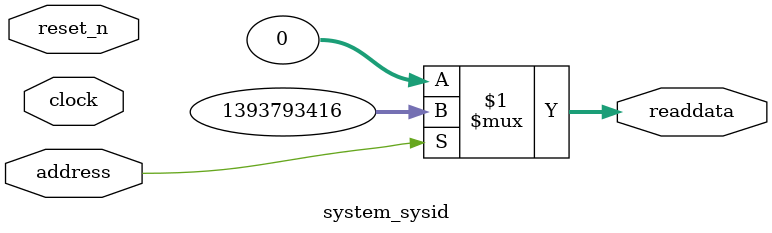
<source format=v>

`timescale 1ns / 1ps
// synthesis translate_on

// turn off superfluous verilog processor warnings 
// altera message_level Level1 
// altera message_off 10034 10035 10036 10037 10230 10240 10030 

module system_sysid (
               // inputs:
                address,
                clock,
                reset_n,

               // outputs:
                readdata
             )
;

  output  [ 31: 0] readdata;
  input            address;
  input            clock;
  input            reset_n;

  wire    [ 31: 0] readdata;
  //control_slave, which is an e_avalon_slave
  assign readdata = address ? 1393793416 : 0;

endmodule




</source>
